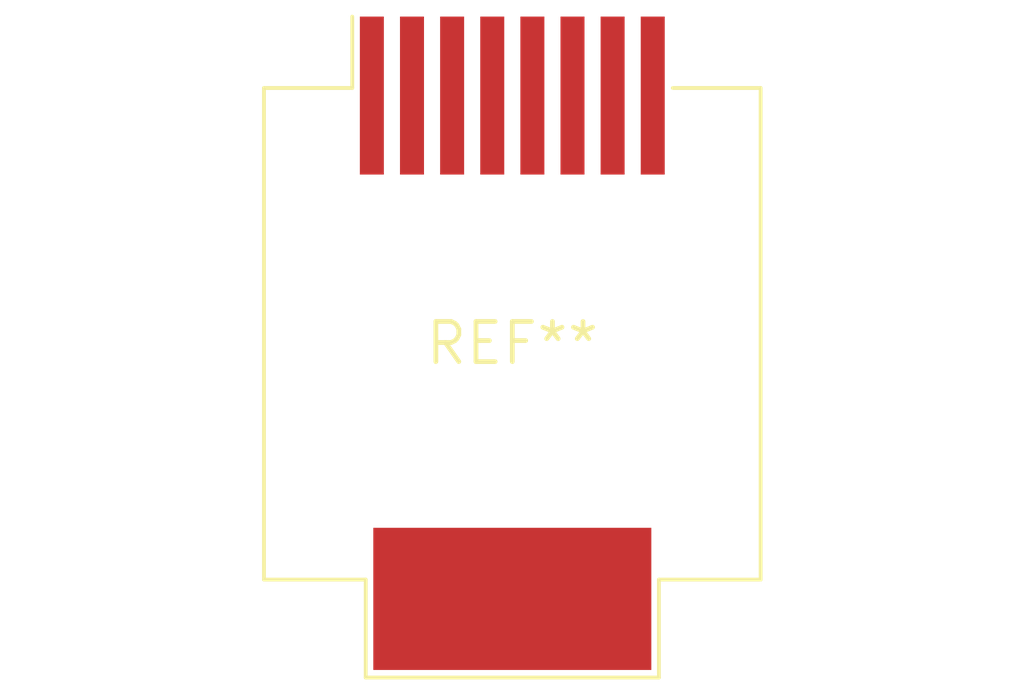
<source format=kicad_pcb>
(kicad_pcb (version 20240108) (generator pcbnew)
  (layers (0 "F.Cu" signal) (31 "B.Cu" signal) (34 "B.Paste" user) (35 "F.Paste" user) (36 "B.SilkS" user "B.Silkscreen") (37 "F.SilkS" user "F.Silkscreen") (38 "B.Mask" user) (39 "F.Mask" user) (44 "Edge.Cuts" user))
  (net 0 "")
  (footprint "RJ45_Molex_0855135013_Vertical" (layer "F.Cu") (at 0 0)
    (property "Reference" "REF**")
    (property "Value" "RJ45_Molex_0855135013_Vertical")
    (fp_line (start -7.86 -8.08) (end -7.86 7.48) (layer "F.SilkS") (stroke (width 0.12)))
    (fp_line (start -7.86 -8.08) (end -5.065 -8.08) (layer "F.SilkS") (stroke (width 0.12)))
    (fp_line (start -7.86 7.48) (end -4.64 7.48) (layer "F.SilkS") (stroke (width 0.12)))
    (fp_line (start -5.065 -8.08) (end -5.065 -10.34) (layer "F.SilkS") (stroke (width 0.12)))
    (fp_line (start -4.64 7.48) (end -4.64 10.58) (layer "F.SilkS") (stroke (width 0.12)))
    (fp_line (start -4.64 10.58) (end 4.64 10.58) (layer "F.SilkS") (stroke (width 0.12)))
    (fp_line (start 4.64 7.48) (end 7.86 7.48) (layer "F.SilkS") (stroke (width 0.12)))
    (fp_line (start 4.64 10.58) (end 4.64 7.48) (layer "F.SilkS") (stroke (width 0.12)))
    (fp_line (start 7.86 -8.08) (end 5.08 -8.08) (layer "F.SilkS") (stroke (width 0.12)))
    (fp_line (start 7.86 7.48) (end 7.86 -8.08) (layer "F.SilkS") (stroke (width 0.12)))
    (pad "1" smd rect (at -4.445 -7.84 180) (size 0.76 5) (layers "F.Cu" "F.Paste" "F.Mask"))
    (pad "2" smd rect (at -3.175 -7.84 180) (size 0.76 5) (layers "F.Cu" "F.Paste" "F.Mask"))
    (pad "3" smd rect (at -1.905 -7.84 180) (size 0.76 5) (layers "F.Cu" "F.Paste" "F.Mask"))
    (pad "4" smd rect (at -0.635 -7.84 180) (size 0.76 5) (layers "F.Cu" "F.Paste" "F.Mask"))
    (pad "5" smd rect (at 0.635 -7.84 180) (size 0.76 5) (layers "F.Cu" "F.Paste" "F.Mask"))
    (pad "6" smd rect (at 1.905 -7.84 180) (size 0.76 5) (layers "F.Cu" "F.Paste" "F.Mask"))
    (pad "7" smd rect (at 3.175 -7.84 180) (size 0.76 5) (layers "F.Cu" "F.Paste" "F.Mask"))
    (pad "8" smd rect (at 4.445 -7.84 180) (size 0.76 5) (layers "F.Cu" "F.Paste" "F.Mask"))
    (pad "L" smd rect (at 0 8.09 180) (size 8.8 4.5) (layers "F.Cu" "F.Paste" "F.Mask"))
  )
)
</source>
